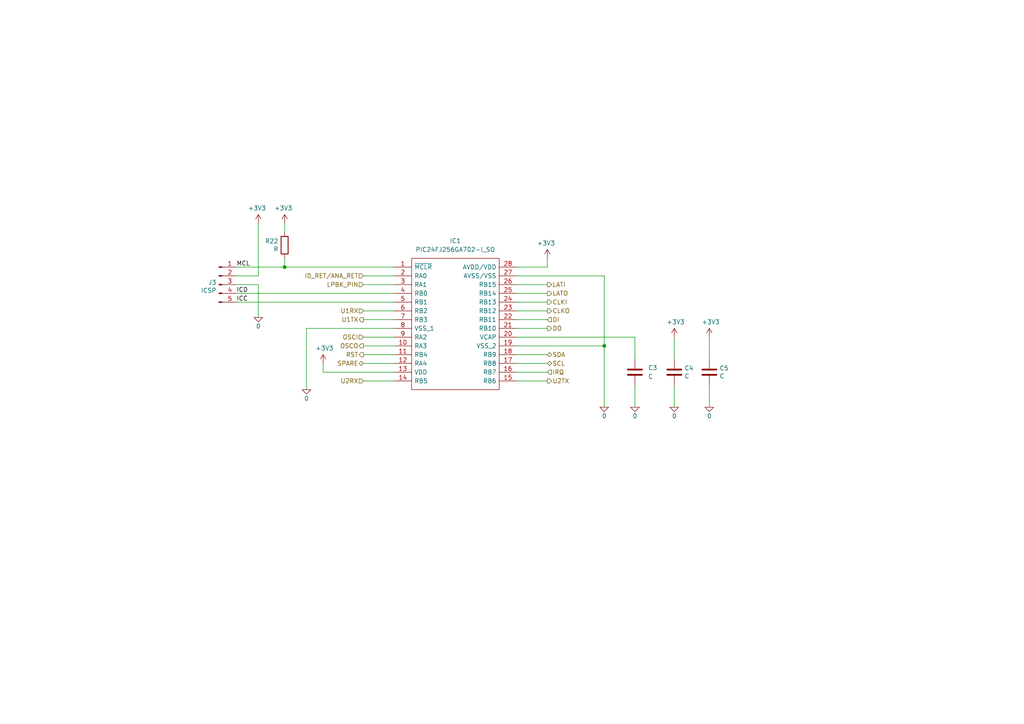
<source format=kicad_sch>
(kicad_sch (version 20211123) (generator eeschema)
  (paper "A4")
  (lib_symbols
    (symbol "Connector:Conn_01x05_Male" (pin_names (offset 1.016) hide)
      (property "Reference" "J" (at 0 7.62 0))
      (property "Value" "Conn_01x05_Male" (at 0 -7.62 0))
      (symbol "Conn_01x05_Male_1_1"
        (polyline (pts (xy 1.27 -5.08) (xy 0.8636 -5.08)) (stroke (width 0.1524)))
        (polyline (pts (xy 1.27 -2.54) (xy 0.8636 -2.54)) (stroke (width 0.1524)))
        (polyline (pts (xy 1.27 0) (xy 0.8636 0)) (stroke (width 0.1524)))
        (polyline (pts (xy 1.27 2.54) (xy 0.8636 2.54)) (stroke (width 0.1524)))
        (polyline (pts (xy 1.27 5.08) (xy 0.8636 5.08)) (stroke (width 0.1524)))
        (rectangle (start 0.8636 -4.953) (end 0 -5.207) (stroke (width 0.1524)) (fill (type outline)))
        (rectangle (start 0.8636 -2.413) (end 0 -2.667) (stroke (width 0.1524)) (fill (type outline)))
        (rectangle (start 0.8636 0.127) (end 0 -0.127) (stroke (width 0.1524)) (fill (type outline)))
        (rectangle (start 0.8636 2.667) (end 0 2.413) (stroke (width 0.1524)) (fill (type outline)))
        (rectangle (start 0.8636 5.207) (end 0 4.953) (stroke (width 0.1524)) (fill (type outline)))
        (pin passive line (at 5.08 5.08 180) (length 3.81) (name "Pin_1") (number "1"))
        (pin passive line (at 5.08 2.54 180) (length 3.81) (name "Pin_2") (number "2"))
        (pin passive line (at 5.08 0 180) (length 3.81) (name "Pin_3") (number "3"))
        (pin passive line (at 5.08 -2.54 180) (length 3.81) (name "Pin_4") (number "4"))
        (pin passive line (at 5.08 -5.08 180) (length 3.81) (name "Pin_5") (number "5"))
      )
    )
    (symbol "Device:C" (pin_numbers hide) (pin_names (offset 0.254))
      (property "Reference" "C" (at 0.635 2.54 0))
      (property "Value" "C" (at 0.635 -2.54 0))
      (symbol "C_0_1"
        (polyline (pts (xy -2.032 -0.762) (xy 2.032 -0.762)) (stroke (width 0.508)))
        (polyline (pts (xy -2.032 0.762) (xy 2.032 0.762)) (stroke (width 0.508)))
      )
      (symbol "C_1_1"
        (pin passive line (at 0 3.81 270) (length 2.794) (name "~") (number "1"))
        (pin passive line (at 0 -3.81 90) (length 2.794) (name "~") (number "2"))
      )
    )
    (symbol "Device:R" (pin_numbers hide) (pin_names (offset 0))
      (property "Reference" "R" (at 2.032 0 90))
      (property "Value" "R" (at 0 0 90))
      (symbol "R_0_1"
        (rectangle (start -1.016 -2.54) (end 1.016 2.54) (stroke (width 0.254)))
      )
      (symbol "R_1_1"
        (pin passive line (at 0 3.81 270) (length 1.27) (name "~") (number "1"))
        (pin passive line (at 0 -3.81 90) (length 1.27) (name "~") (number "2"))
      )
    )
    (symbol "MCU_Microchip_PIC24:PIC24FJ256GA702-I_SO" (pin_names (offset 0.762))
      (property "Reference" "IC" (at 31.75 7.62 0))
      (property "Value" "PIC24FJ256GA702-I_SO" (at 31.75 5.08 0))
      (symbol "PIC24FJ256GA702-I_SO_0_0"
        (pin output line (at 0 0 0) (length 5.08) (name "~{MCLR}") (number "1"))
        (pin passive line (at 0 -22.86 0) (length 5.08) (name "RA3") (number "10"))
        (pin passive line (at 0 -25.4 0) (length 5.08) (name "RB4") (number "11"))
        (pin passive line (at 0 -27.94 0) (length 5.08) (name "RA4") (number "12"))
        (pin passive line (at 0 -30.48 0) (length 5.08) (name "VDD") (number "13"))
        (pin passive line (at 0 -33.02 0) (length 5.08) (name "RB5") (number "14"))
        (pin passive line (at 35.56 -33.02 180) (length 5.08) (name "RB6") (number "15"))
        (pin passive line (at 35.56 -30.48 180) (length 5.08) (name "RB7") (number "16"))
        (pin passive line (at 35.56 -27.94 180) (length 5.08) (name "RB8") (number "17"))
        (pin passive line (at 35.56 -25.4 180) (length 5.08) (name "RB9") (number "18"))
        (pin passive line (at 35.56 -22.86 180) (length 5.08) (name "VSS_2") (number "19"))
        (pin passive line (at 0 -2.54 0) (length 5.08) (name "RA0") (number "2"))
        (pin passive line (at 35.56 -20.32 180) (length 5.08) (name "VCAP") (number "20"))
        (pin passive line (at 35.56 -17.78 180) (length 5.08) (name "RB10") (number "21"))
        (pin passive line (at 35.56 -15.24 180) (length 5.08) (name "RB11") (number "22"))
        (pin passive line (at 35.56 -12.7 180) (length 5.08) (name "RB12") (number "23"))
        (pin passive line (at 35.56 -10.16 180) (length 5.08) (name "RB13") (number "24"))
        (pin passive line (at 35.56 -7.62 180) (length 5.08) (name "RB14") (number "25"))
        (pin passive line (at 35.56 -5.08 180) (length 5.08) (name "RB15") (number "26"))
        (pin passive line (at 35.56 -2.54 180) (length 5.08) (name "AVSS/VSS") (number "27"))
        (pin passive line (at 35.56 0 180) (length 5.08) (name "AVDD/VDD") (number "28"))
        (pin passive line (at 0 -5.08 0) (length 5.08) (name "RA1") (number "3"))
        (pin passive line (at 0 -7.62 0) (length 5.08) (name "RB0") (number "4"))
        (pin passive line (at 0 -10.16 0) (length 5.08) (name "RB1") (number "5"))
        (pin passive line (at 0 -12.7 0) (length 5.08) (name "RB2") (number "6"))
        (pin passive line (at 0 -15.24 0) (length 5.08) (name "RB3") (number "7"))
        (pin passive line (at 0 -17.78 0) (length 5.08) (name "VSS_1") (number "8"))
        (pin passive line (at 0 -20.32 0) (length 5.08) (name "RA2") (number "9"))
      )
      (symbol "PIC24FJ256GA702-I_SO_0_1"
        (polyline (pts (xy 5.08 2.54) (xy 30.48 2.54) (xy 30.48 -35.56) (xy 5.08 -35.56) (xy 5.08 2.54)) (stroke (width 0.1524)))
      )
    )
    (symbol "power:+3V3" (power) (pin_names (offset 0))
      (property "Value" "+3V3" (at 0 3.556 0))
      (symbol "+3V3_0_1"
        (polyline (pts (xy -0.762 1.27) (xy 0 2.54)))
        (polyline (pts (xy 0 0) (xy 0 2.54)))
        (polyline (pts (xy 0 2.54) (xy 0.762 1.27)))
      )
      (symbol "+3V3_1_1"
        (pin power_in line (at 0 0 90) (length 0) hide (name "+3V3") (number "1"))
      )
    )
    (symbol "pspice:0" (power) (pin_names (offset 0))
      (property "Value" "0" (at 0 -1.778 0))
      (symbol "0_0_1"
        (polyline (pts (xy -1.27 0) (xy 0 -1.27) (xy 1.27 0) (xy -1.27 0)))
      )
      (symbol "0_1_1"
        (pin power_in line (at 0 0 0) (length 0) hide (name "0") (number "1"))
      )
    )
  )
  (junction (at 82.55 77.47))
  (junction (at 175.26 100.33))
  (wire (pts (xy 158.75 74.93) (xy 158.75 77.47)))
  (wire (pts (xy 105.41 92.71) (xy 114.3 92.71)))
  (wire (pts (xy 74.93 64.77) (xy 74.93 80.01)))
  (wire (pts (xy 149.86 85.09) (xy 158.75 85.09)))
  (wire (pts (xy 149.86 82.55) (xy 158.75 82.55)))
  (wire (pts (xy 74.93 82.55) (xy 74.93 92.075)))
  (wire (pts (xy 149.86 105.41) (xy 158.75 105.41)))
  (wire (pts (xy 105.41 82.55) (xy 114.3 82.55)))
  (wire (pts (xy 114.3 95.25) (xy 88.9 95.25)))
  (wire (pts (xy 105.41 102.87) (xy 114.3 102.87)))
  (wire (pts (xy 105.41 80.01) (xy 114.3 80.01)))
  (wire (pts (xy 82.55 74.93) (xy 82.55 77.47)))
  (wire (pts (xy 158.75 77.47) (xy 149.86 77.47)))
  (wire (pts (xy 74.93 80.01) (xy 68.58 80.01)))
  (wire (pts (xy 195.58 97.79) (xy 195.58 104.14)))
  (wire (pts (xy 82.55 64.77) (xy 82.55 67.31)))
  (wire (pts (xy 184.15 97.79) (xy 184.15 104.14)))
  (wire (pts (xy 105.41 100.33) (xy 114.3 100.33)))
  (wire (pts (xy 149.86 92.71) (xy 158.75 92.71)))
  (wire (pts (xy 195.58 111.76) (xy 195.58 118.11)))
  (wire (pts (xy 149.86 80.01) (xy 175.26 80.01)))
  (wire (pts (xy 149.86 90.17) (xy 158.75 90.17)))
  (wire (pts (xy 74.93 82.55) (xy 68.58 82.55)))
  (wire (pts (xy 88.9 95.25) (xy 88.9 113.03)))
  (wire (pts (xy 175.26 80.01) (xy 175.26 100.33)))
  (wire (pts (xy 149.86 107.95) (xy 158.75 107.95)))
  (wire (pts (xy 105.41 97.79) (xy 114.3 97.79)))
  (wire (pts (xy 149.86 97.79) (xy 184.15 97.79)))
  (wire (pts (xy 105.41 90.17) (xy 114.3 90.17)))
  (wire (pts (xy 175.26 100.33) (xy 175.26 118.11)))
  (wire (pts (xy 184.15 111.76) (xy 184.15 118.11)))
  (wire (pts (xy 93.726 107.95) (xy 114.3 107.95)))
  (wire (pts (xy 105.41 105.41) (xy 114.3 105.41)))
  (wire (pts (xy 205.74 97.79) (xy 205.74 104.14)))
  (wire (pts (xy 205.74 111.76) (xy 205.74 118.11)))
  (wire (pts (xy 149.86 100.33) (xy 175.26 100.33)))
  (wire (pts (xy 93.726 105.41) (xy 93.726 107.95)))
  (wire (pts (xy 149.86 95.25) (xy 158.75 95.25)))
  (wire (pts (xy 68.58 87.63) (xy 114.3 87.63)))
  (wire (pts (xy 149.86 102.87) (xy 158.75 102.87)))
  (wire (pts (xy 149.86 110.49) (xy 158.75 110.49)))
  (wire (pts (xy 149.86 87.63) (xy 158.75 87.63)))
  (wire (pts (xy 68.58 85.09) (xy 114.3 85.09)))
  (wire (pts (xy 68.58 77.47) (xy 82.55 77.47)))
  (wire (pts (xy 82.55 77.47) (xy 114.3 77.47)))
  (wire (pts (xy 105.41 110.49) (xy 114.3 110.49)))
  (label "MCL" (at 68.58 77.47 0))
  (label "ICD" (at 68.58 85.09 0))
  (label "ICC" (at 68.58 87.63 0))
  (hierarchical_label "CLKI" (shape output) (at 158.75 87.63 0))
  (hierarchical_label "U1TX" (shape output) (at 105.41 92.71 180))
  (hierarchical_label "LPBK_PIN" (shape input) (at 105.41 82.55 180))
  (hierarchical_label "U2TX" (shape output) (at 158.75 110.49 0))
  (hierarchical_label "ID_RET{slash}ANA_RET" (shape input) (at 105.41 80.01 180))
  (hierarchical_label "RST" (shape output) (at 105.41 102.87 180))
  (hierarchical_label "DI" (shape input) (at 158.75 92.71 0))
  (hierarchical_label "SCL" (shape bidirectional) (at 158.75 105.41 0))
  (hierarchical_label "CLKO" (shape output) (at 158.75 90.17 0))
  (hierarchical_label "SDA" (shape bidirectional) (at 158.75 102.87 0))
  (hierarchical_label "OSCO" (shape output) (at 105.41 100.33 180))
  (hierarchical_label "U2RX" (shape input) (at 105.41 110.49 180))
  (hierarchical_label "OSCI" (shape input) (at 105.41 97.79 180))
  (hierarchical_label "SPARE" (shape bidirectional) (at 105.41 105.41 180))
  (hierarchical_label "LATI" (shape output) (at 158.75 82.55 0))
  (hierarchical_label "IRQ" (shape input) (at 158.75 107.95 0))
  (hierarchical_label "DO" (shape output) (at 158.75 95.25 0))
  (hierarchical_label "U1RX" (shape input) (at 105.41 90.17 180))
  (hierarchical_label "LATO" (shape output) (at 158.75 85.09 0))
  (symbol (lib_id "Connector:Conn_01x05_Male") (at 63.5 82.55 0) (unit 1)
    (property "Reference" "J3" (at 62.7888 81.9404 0) (effects (justify right)))
    (property "Value" "ICSP" (at 62.7888 84.2518 0) (effects (justify right)))
    (property "Footprint" "Connector_Molex:Molex_KK-254_AE-6410-05A_1x05_P2.54mm_Vertical" (effects hide))
  )
  (symbol (lib_id "Device:R") (at 82.55 71.12 0) (mirror y) (unit 1)
    (property "Reference" "R22" (at 80.772 69.9516 0) (effects (justify left)))
    (property "Value" "R" (at 80.772 72.263 0) (effects (justify left)))
    (property "Footprint" "Resistor_SMD:R_0805_2012Metric_Pad1.20x1.40mm_HandSolder" (effects hide))
  )
  (symbol (lib_id "power:+3V3") (at 82.55 64.77 0) (mirror y) (unit 1)
    (property "Reference" "#PWR012" (effects hide))
    (property "Value" "+3V3" (at 82.169 60.3758 0))
  )
  (symbol (lib_id "power:+3V3") (at 74.93 64.77 0) (mirror y) (unit 1)
    (property "Reference" "#PWR011" (effects hide))
    (property "Value" "+3V3" (at 74.549 60.3758 0))
  )
  (symbol (lib_id "pspice:0") (at 74.93 92.075 0) (mirror y) (unit 1)
    (property "Reference" "#GND014" (effects hide))
    (property "Value" "0" (at 74.93 94.615 0))
  )
  (symbol (lib_id "pspice:0") (at 88.9 113.03 0) (unit 1)
    (property "Reference" "#GND015" (effects hide))
    (property "Value" "0" (at 88.9 115.57 0))
  )
  (symbol (lib_id "power:+3V3") (at 158.75 74.93 0) (mirror y) (unit 1)
    (property "Reference" "#PWR013" (effects hide))
    (property "Value" "+3V3" (at 158.369 70.5358 0))
  )
  (symbol (lib_id "power:+3V3") (at 195.58 97.79 0) (unit 1)
    (property "Reference" "#PWR014" (effects hide))
    (property "Value" "+3V3" (at 195.961 93.3958 0))
  )
  (symbol (lib_id "power:+3V3") (at 205.74 97.79 0) (unit 1)
    (property "Reference" "#PWR015" (effects hide))
    (property "Value" "+3V3" (at 206.121 93.3958 0))
  )
  (symbol (lib_id "Device:C") (at 195.58 107.95 0) (unit 1)
    (property "Reference" "C4" (at 198.501 106.7816 0) (effects (justify left)))
    (property "Value" "C" (at 198.501 109.093 0) (effects (justify left)))
    (property "Footprint" "Capacitor_SMD:C_0805_2012Metric_Pad1.18x1.45mm_HandSolder" (effects hide))
  )
  (symbol (lib_id "Device:C") (at 205.74 107.95 0) (unit 1)
    (property "Reference" "C5" (at 208.661 106.7816 0) (effects (justify left)))
    (property "Value" "C" (at 208.661 109.093 0) (effects (justify left)))
    (property "Footprint" "Capacitor_SMD:C_0805_2012Metric_Pad1.18x1.45mm_HandSolder" (effects hide))
  )
  (symbol (lib_id "pspice:0") (at 195.58 118.11 0) (unit 1)
    (property "Reference" "#GND018" (effects hide))
    (property "Value" "0" (at 195.58 120.65 0))
  )
  (symbol (lib_id "pspice:0") (at 205.74 118.11 0) (unit 1)
    (property "Reference" "#GND019" (effects hide))
    (property "Value" "0" (at 205.74 120.65 0))
  )
  (symbol (lib_id "pspice:0") (at 184.15 118.11 0) (mirror y) (unit 1)
    (property "Reference" "#GND017" (effects hide))
    (property "Value" "0" (at 184.15 120.65 0))
  )
  (symbol (lib_id "MCU_Microchip_PIC24:PIC24FJ256GA702-I_SO") (at 114.3 77.47 0) (unit 1)
    (property "Reference" "IC1" (at 132.08 69.85 0))
    (property "Value" "PIC24FJ256GA702-I_SO" (at 132.08 72.39 0))
    (property "Footprint" "Package_SO:SOIC-28W_7.5x17.9mm_P1.27mm" (effects hide))
    (property "Datasheet" "https://componentsearchengine.com/Datasheets/2/PIC24FJ256GA702-I_SO.pdf" (effects hide))
    (property "Description" "MCU 16-Bit 256K Flash 16K SRAM SOIC28" (effects hide))
    (property "Height" "2.65" (effects hide))
    (property "Manufacturer_Name" "Microchip" (effects hide))
    (property "Manufacturer_Part_Number" "PIC24FJ256GA702-I/SO" (effects hide))
    (property "Mouser Part Number" "579-24FJ256GA702ISO" (effects hide))
    (property "Mouser Price/Stock" "https://www.mouser.co.uk/ProductDetail/Microchip-Technology/PIC24FJ256GA702-I-SO?qs=tOTLKpwhCJexnk7mtThrsA%3D%3D" (effects hide))
    (property "Arrow Part Number" "PIC24FJ256GA702-I/SO" (effects hide))
    (property "Arrow Price/Stock" "https://www.arrow.com/en/products/pic24fj256ga702-iso/microchip-technology?region=nac" (effects hide))
  )
  (symbol (lib_id "Device:C") (at 184.15 107.95 0) (unit 1)
    (property "Reference" "C3" (at 187.96 106.6799 0) (effects (justify left)))
    (property "Value" "C" (at 187.96 109.2199 0) (effects (justify left)))
    (property "Footprint" "Capacitor_SMD:C_0805_2012Metric_Pad1.18x1.45mm_HandSolder" (effects hide))
  )
  (symbol (lib_id "pspice:0") (at 175.26 118.11 0) (mirror y) (unit 1)
    (property "Reference" "#GND016" (effects hide))
    (property "Value" "0" (at 175.26 120.65 0))
  )
  (symbol (lib_id "power:+3V3") (at 93.726 105.41 0) (unit 1)
    (property "Reference" "#PWR016" (effects hide))
    (property "Value" "+3V3" (at 94.107 101.0158 0))
  )
)
</source>
